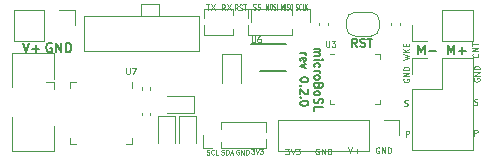
<source format=gto>
G04 #@! TF.GenerationSoftware,KiCad,Pcbnew,(5.1.9)-1*
G04 #@! TF.CreationDate,2021-05-04T20:43:57+10:00*
G04 #@! TF.ProjectId,microBoSL,6d696372-6f42-46f5-934c-2e6b69636164,0.2.0*
G04 #@! TF.SameCoordinates,Original*
G04 #@! TF.FileFunction,Legend,Top*
G04 #@! TF.FilePolarity,Positive*
%FSLAX46Y46*%
G04 Gerber Fmt 4.6, Leading zero omitted, Abs format (unit mm)*
G04 Created by KiCad (PCBNEW (5.1.9)-1) date 2021-05-04 20:43:57*
%MOMM*%
%LPD*%
G01*
G04 APERTURE LIST*
%ADD10C,0.075000*%
%ADD11C,0.100000*%
%ADD12C,0.125000*%
%ADD13C,0.150000*%
%ADD14C,0.120000*%
G04 APERTURE END LIST*
D10*
X124442857Y-102552380D02*
X124485714Y-102576190D01*
X124557142Y-102576190D01*
X124585714Y-102552380D01*
X124600000Y-102528571D01*
X124614285Y-102480952D01*
X124614285Y-102433333D01*
X124600000Y-102385714D01*
X124585714Y-102361904D01*
X124557142Y-102338095D01*
X124500000Y-102314285D01*
X124471428Y-102290476D01*
X124457142Y-102266666D01*
X124442857Y-102219047D01*
X124442857Y-102171428D01*
X124457142Y-102123809D01*
X124471428Y-102100000D01*
X124500000Y-102076190D01*
X124571428Y-102076190D01*
X124614285Y-102100000D01*
X124914285Y-102528571D02*
X124900000Y-102552380D01*
X124857142Y-102576190D01*
X124828571Y-102576190D01*
X124785714Y-102552380D01*
X124757142Y-102504761D01*
X124742857Y-102457142D01*
X124728571Y-102361904D01*
X124728571Y-102290476D01*
X124742857Y-102195238D01*
X124757142Y-102147619D01*
X124785714Y-102100000D01*
X124828571Y-102076190D01*
X124857142Y-102076190D01*
X124900000Y-102100000D01*
X124914285Y-102123809D01*
X125185714Y-102576190D02*
X125042857Y-102576190D01*
X125042857Y-102076190D01*
X125285714Y-102576190D02*
X125285714Y-102076190D01*
X125457142Y-102576190D02*
X125328571Y-102290476D01*
X125457142Y-102076190D02*
X125285714Y-102361904D01*
X123228571Y-102576190D02*
X123228571Y-102076190D01*
X123328571Y-102433333D01*
X123428571Y-102076190D01*
X123428571Y-102576190D01*
X123571428Y-102576190D02*
X123571428Y-102076190D01*
X123700000Y-102552380D02*
X123742857Y-102576190D01*
X123814285Y-102576190D01*
X123842857Y-102552380D01*
X123857142Y-102528571D01*
X123871428Y-102480952D01*
X123871428Y-102433333D01*
X123857142Y-102385714D01*
X123842857Y-102361904D01*
X123814285Y-102338095D01*
X123757142Y-102314285D01*
X123728571Y-102290476D01*
X123714285Y-102266666D01*
X123700000Y-102219047D01*
X123700000Y-102171428D01*
X123714285Y-102123809D01*
X123728571Y-102100000D01*
X123757142Y-102076190D01*
X123828571Y-102076190D01*
X123871428Y-102100000D01*
X124057142Y-102076190D02*
X124114285Y-102076190D01*
X124142857Y-102100000D01*
X124171428Y-102147619D01*
X124185714Y-102242857D01*
X124185714Y-102409523D01*
X124171428Y-102504761D01*
X124142857Y-102552380D01*
X124114285Y-102576190D01*
X124057142Y-102576190D01*
X124028571Y-102552380D01*
X124000000Y-102504761D01*
X123985714Y-102409523D01*
X123985714Y-102242857D01*
X124000000Y-102147619D01*
X124028571Y-102100000D01*
X124057142Y-102076190D01*
X121928571Y-102576190D02*
X121928571Y-102076190D01*
X122028571Y-102433333D01*
X122128571Y-102076190D01*
X122128571Y-102576190D01*
X122328571Y-102076190D02*
X122385714Y-102076190D01*
X122414285Y-102100000D01*
X122442857Y-102147619D01*
X122457142Y-102242857D01*
X122457142Y-102409523D01*
X122442857Y-102504761D01*
X122414285Y-102552380D01*
X122385714Y-102576190D01*
X122328571Y-102576190D01*
X122300000Y-102552380D01*
X122271428Y-102504761D01*
X122257142Y-102409523D01*
X122257142Y-102242857D01*
X122271428Y-102147619D01*
X122300000Y-102100000D01*
X122328571Y-102076190D01*
X122571428Y-102552380D02*
X122614285Y-102576190D01*
X122685714Y-102576190D01*
X122714285Y-102552380D01*
X122728571Y-102528571D01*
X122742857Y-102480952D01*
X122742857Y-102433333D01*
X122728571Y-102385714D01*
X122714285Y-102361904D01*
X122685714Y-102338095D01*
X122628571Y-102314285D01*
X122600000Y-102290476D01*
X122585714Y-102266666D01*
X122571428Y-102219047D01*
X122571428Y-102171428D01*
X122585714Y-102123809D01*
X122600000Y-102100000D01*
X122628571Y-102076190D01*
X122700000Y-102076190D01*
X122742857Y-102100000D01*
X122871428Y-102576190D02*
X122871428Y-102076190D01*
D11*
X116923809Y-114811904D02*
X116980952Y-114830952D01*
X117076190Y-114830952D01*
X117114285Y-114811904D01*
X117133333Y-114792857D01*
X117152380Y-114754761D01*
X117152380Y-114716666D01*
X117133333Y-114678571D01*
X117114285Y-114659523D01*
X117076190Y-114640476D01*
X117000000Y-114621428D01*
X116961904Y-114602380D01*
X116942857Y-114583333D01*
X116923809Y-114545238D01*
X116923809Y-114507142D01*
X116942857Y-114469047D01*
X116961904Y-114450000D01*
X117000000Y-114430952D01*
X117095238Y-114430952D01*
X117152380Y-114450000D01*
X117552380Y-114792857D02*
X117533333Y-114811904D01*
X117476190Y-114830952D01*
X117438095Y-114830952D01*
X117380952Y-114811904D01*
X117342857Y-114773809D01*
X117323809Y-114735714D01*
X117304761Y-114659523D01*
X117304761Y-114602380D01*
X117323809Y-114526190D01*
X117342857Y-114488095D01*
X117380952Y-114450000D01*
X117438095Y-114430952D01*
X117476190Y-114430952D01*
X117533333Y-114450000D01*
X117552380Y-114469047D01*
X117914285Y-114830952D02*
X117723809Y-114830952D01*
X117723809Y-114430952D01*
X118164285Y-114811904D02*
X118221428Y-114830952D01*
X118316666Y-114830952D01*
X118354761Y-114811904D01*
X118373809Y-114792857D01*
X118392857Y-114754761D01*
X118392857Y-114716666D01*
X118373809Y-114678571D01*
X118354761Y-114659523D01*
X118316666Y-114640476D01*
X118240476Y-114621428D01*
X118202380Y-114602380D01*
X118183333Y-114583333D01*
X118164285Y-114545238D01*
X118164285Y-114507142D01*
X118183333Y-114469047D01*
X118202380Y-114450000D01*
X118240476Y-114430952D01*
X118335714Y-114430952D01*
X118392857Y-114450000D01*
X118564285Y-114830952D02*
X118564285Y-114430952D01*
X118659523Y-114430952D01*
X118716666Y-114450000D01*
X118754761Y-114488095D01*
X118773809Y-114526190D01*
X118792857Y-114602380D01*
X118792857Y-114659523D01*
X118773809Y-114735714D01*
X118754761Y-114773809D01*
X118716666Y-114811904D01*
X118659523Y-114830952D01*
X118564285Y-114830952D01*
X118945238Y-114716666D02*
X119135714Y-114716666D01*
X118907142Y-114830952D02*
X119040476Y-114430952D01*
X119173809Y-114830952D01*
X119645238Y-114450000D02*
X119607142Y-114430952D01*
X119550000Y-114430952D01*
X119492857Y-114450000D01*
X119454761Y-114488095D01*
X119435714Y-114526190D01*
X119416666Y-114602380D01*
X119416666Y-114659523D01*
X119435714Y-114735714D01*
X119454761Y-114773809D01*
X119492857Y-114811904D01*
X119550000Y-114830952D01*
X119588095Y-114830952D01*
X119645238Y-114811904D01*
X119664285Y-114792857D01*
X119664285Y-114659523D01*
X119588095Y-114659523D01*
X119835714Y-114830952D02*
X119835714Y-114430952D01*
X120064285Y-114830952D01*
X120064285Y-114430952D01*
X120254761Y-114830952D02*
X120254761Y-114430952D01*
X120350000Y-114430952D01*
X120407142Y-114450000D01*
X120445238Y-114488095D01*
X120464285Y-114526190D01*
X120483333Y-114602380D01*
X120483333Y-114659523D01*
X120464285Y-114735714D01*
X120445238Y-114773809D01*
X120407142Y-114811904D01*
X120350000Y-114830952D01*
X120254761Y-114830952D01*
X120704761Y-114380952D02*
X120952380Y-114380952D01*
X120819047Y-114533333D01*
X120876190Y-114533333D01*
X120914285Y-114552380D01*
X120933333Y-114571428D01*
X120952380Y-114609523D01*
X120952380Y-114704761D01*
X120933333Y-114742857D01*
X120914285Y-114761904D01*
X120876190Y-114780952D01*
X120761904Y-114780952D01*
X120723809Y-114761904D01*
X120704761Y-114742857D01*
X121066666Y-114380952D02*
X121200000Y-114780952D01*
X121333333Y-114380952D01*
X121428571Y-114380952D02*
X121676190Y-114380952D01*
X121542857Y-114533333D01*
X121600000Y-114533333D01*
X121638095Y-114552380D01*
X121657142Y-114571428D01*
X121676190Y-114609523D01*
X121676190Y-114704761D01*
X121657142Y-114742857D01*
X121638095Y-114761904D01*
X121600000Y-114780952D01*
X121485714Y-114780952D01*
X121447619Y-114761904D01*
X121428571Y-114742857D01*
D12*
X123580952Y-114326190D02*
X123890476Y-114326190D01*
X123723809Y-114516666D01*
X123795238Y-114516666D01*
X123842857Y-114540476D01*
X123866666Y-114564285D01*
X123890476Y-114611904D01*
X123890476Y-114730952D01*
X123866666Y-114778571D01*
X123842857Y-114802380D01*
X123795238Y-114826190D01*
X123652380Y-114826190D01*
X123604761Y-114802380D01*
X123580952Y-114778571D01*
X124033333Y-114326190D02*
X124200000Y-114826190D01*
X124366666Y-114326190D01*
X124485714Y-114326190D02*
X124795238Y-114326190D01*
X124628571Y-114516666D01*
X124700000Y-114516666D01*
X124747619Y-114540476D01*
X124771428Y-114564285D01*
X124795238Y-114611904D01*
X124795238Y-114730952D01*
X124771428Y-114778571D01*
X124747619Y-114802380D01*
X124700000Y-114826190D01*
X124557142Y-114826190D01*
X124509523Y-114802380D01*
X124485714Y-114778571D01*
X126419047Y-114350000D02*
X126371428Y-114326190D01*
X126300000Y-114326190D01*
X126228571Y-114350000D01*
X126180952Y-114397619D01*
X126157142Y-114445238D01*
X126133333Y-114540476D01*
X126133333Y-114611904D01*
X126157142Y-114707142D01*
X126180952Y-114754761D01*
X126228571Y-114802380D01*
X126300000Y-114826190D01*
X126347619Y-114826190D01*
X126419047Y-114802380D01*
X126442857Y-114778571D01*
X126442857Y-114611904D01*
X126347619Y-114611904D01*
X126657142Y-114826190D02*
X126657142Y-114326190D01*
X126942857Y-114826190D01*
X126942857Y-114326190D01*
X127180952Y-114826190D02*
X127180952Y-114326190D01*
X127300000Y-114326190D01*
X127371428Y-114350000D01*
X127419047Y-114397619D01*
X127442857Y-114445238D01*
X127466666Y-114540476D01*
X127466666Y-114611904D01*
X127442857Y-114707142D01*
X127419047Y-114754761D01*
X127371428Y-114802380D01*
X127300000Y-114826190D01*
X127180952Y-114826190D01*
X128923809Y-114226190D02*
X129090476Y-114726190D01*
X129257142Y-114226190D01*
X129423809Y-114535714D02*
X129804761Y-114535714D01*
X129614285Y-114726190D02*
X129614285Y-114345238D01*
X131519047Y-114250000D02*
X131471428Y-114226190D01*
X131400000Y-114226190D01*
X131328571Y-114250000D01*
X131280952Y-114297619D01*
X131257142Y-114345238D01*
X131233333Y-114440476D01*
X131233333Y-114511904D01*
X131257142Y-114607142D01*
X131280952Y-114654761D01*
X131328571Y-114702380D01*
X131400000Y-114726190D01*
X131447619Y-114726190D01*
X131519047Y-114702380D01*
X131542857Y-114678571D01*
X131542857Y-114511904D01*
X131447619Y-114511904D01*
X131757142Y-114726190D02*
X131757142Y-114226190D01*
X132042857Y-114726190D01*
X132042857Y-114226190D01*
X132280952Y-114726190D02*
X132280952Y-114226190D01*
X132400000Y-114226190D01*
X132471428Y-114250000D01*
X132519047Y-114297619D01*
X132542857Y-114345238D01*
X132566666Y-114440476D01*
X132566666Y-114511904D01*
X132542857Y-114607142D01*
X132519047Y-114654761D01*
X132471428Y-114702380D01*
X132400000Y-114726190D01*
X132280952Y-114726190D01*
X139569047Y-113226190D02*
X139569047Y-112726190D01*
X139759523Y-112726190D01*
X139807142Y-112750000D01*
X139830952Y-112773809D01*
X139854761Y-112821428D01*
X139854761Y-112892857D01*
X139830952Y-112940476D01*
X139807142Y-112964285D01*
X139759523Y-112988095D01*
X139569047Y-112988095D01*
X139550000Y-108380952D02*
X139526190Y-108428571D01*
X139526190Y-108500000D01*
X139550000Y-108571428D01*
X139597619Y-108619047D01*
X139645238Y-108642857D01*
X139740476Y-108666666D01*
X139811904Y-108666666D01*
X139907142Y-108642857D01*
X139954761Y-108619047D01*
X140002380Y-108571428D01*
X140026190Y-108500000D01*
X140026190Y-108452380D01*
X140002380Y-108380952D01*
X139978571Y-108357142D01*
X139811904Y-108357142D01*
X139811904Y-108452380D01*
X140026190Y-108142857D02*
X139526190Y-108142857D01*
X140026190Y-107857142D01*
X139526190Y-107857142D01*
X140026190Y-107619047D02*
X139526190Y-107619047D01*
X139526190Y-107500000D01*
X139550000Y-107428571D01*
X139597619Y-107380952D01*
X139645238Y-107357142D01*
X139740476Y-107333333D01*
X139811904Y-107333333D01*
X139907142Y-107357142D01*
X139954761Y-107380952D01*
X140002380Y-107428571D01*
X140026190Y-107500000D01*
X140026190Y-107619047D01*
X139557142Y-110602380D02*
X139628571Y-110626190D01*
X139747619Y-110626190D01*
X139795238Y-110602380D01*
X139819047Y-110578571D01*
X139842857Y-110530952D01*
X139842857Y-110483333D01*
X139819047Y-110435714D01*
X139795238Y-110411904D01*
X139747619Y-110388095D01*
X139652380Y-110364285D01*
X139604761Y-110340476D01*
X139580952Y-110316666D01*
X139557142Y-110269047D01*
X139557142Y-110221428D01*
X139580952Y-110173809D01*
X139604761Y-110150000D01*
X139652380Y-110126190D01*
X139771428Y-110126190D01*
X139842857Y-110150000D01*
X133657142Y-110702380D02*
X133728571Y-110726190D01*
X133847619Y-110726190D01*
X133895238Y-110702380D01*
X133919047Y-110678571D01*
X133942857Y-110630952D01*
X133942857Y-110583333D01*
X133919047Y-110535714D01*
X133895238Y-110511904D01*
X133847619Y-110488095D01*
X133752380Y-110464285D01*
X133704761Y-110440476D01*
X133680952Y-110416666D01*
X133657142Y-110369047D01*
X133657142Y-110321428D01*
X133680952Y-110273809D01*
X133704761Y-110250000D01*
X133752380Y-110226190D01*
X133871428Y-110226190D01*
X133942857Y-110250000D01*
X133769047Y-113326190D02*
X133769047Y-112826190D01*
X133959523Y-112826190D01*
X134007142Y-112850000D01*
X134030952Y-112873809D01*
X134054761Y-112921428D01*
X134054761Y-112992857D01*
X134030952Y-113040476D01*
X134007142Y-113064285D01*
X133959523Y-113088095D01*
X133769047Y-113088095D01*
X133600000Y-108430952D02*
X133576190Y-108478571D01*
X133576190Y-108550000D01*
X133600000Y-108621428D01*
X133647619Y-108669047D01*
X133695238Y-108692857D01*
X133790476Y-108716666D01*
X133861904Y-108716666D01*
X133957142Y-108692857D01*
X134004761Y-108669047D01*
X134052380Y-108621428D01*
X134076190Y-108550000D01*
X134076190Y-108502380D01*
X134052380Y-108430952D01*
X134028571Y-108407142D01*
X133861904Y-108407142D01*
X133861904Y-108502380D01*
X134076190Y-108192857D02*
X133576190Y-108192857D01*
X134076190Y-107907142D01*
X133576190Y-107907142D01*
X134076190Y-107669047D02*
X133576190Y-107669047D01*
X133576190Y-107550000D01*
X133600000Y-107478571D01*
X133647619Y-107430952D01*
X133695238Y-107407142D01*
X133790476Y-107383333D01*
X133861904Y-107383333D01*
X133957142Y-107407142D01*
X134004761Y-107430952D01*
X134052380Y-107478571D01*
X134076190Y-107550000D01*
X134076190Y-107669047D01*
X139878571Y-106297619D02*
X139902380Y-106321428D01*
X139926190Y-106392857D01*
X139926190Y-106440476D01*
X139902380Y-106511904D01*
X139854761Y-106559523D01*
X139807142Y-106583333D01*
X139711904Y-106607142D01*
X139640476Y-106607142D01*
X139545238Y-106583333D01*
X139497619Y-106559523D01*
X139450000Y-106511904D01*
X139426190Y-106440476D01*
X139426190Y-106392857D01*
X139450000Y-106321428D01*
X139473809Y-106297619D01*
X139926190Y-106083333D02*
X139426190Y-106083333D01*
X139926190Y-105797619D01*
X139426190Y-105797619D01*
X139426190Y-105630952D02*
X139426190Y-105345238D01*
X139926190Y-105488095D02*
X139426190Y-105488095D01*
X133576190Y-106790476D02*
X134076190Y-106671428D01*
X133719047Y-106576190D01*
X134076190Y-106480952D01*
X133576190Y-106361904D01*
X134076190Y-106171428D02*
X133576190Y-106171428D01*
X134076190Y-105885714D02*
X133790476Y-106100000D01*
X133576190Y-105885714D02*
X133861904Y-106171428D01*
X133814285Y-105671428D02*
X133814285Y-105504761D01*
X134076190Y-105433333D02*
X134076190Y-105671428D01*
X133576190Y-105671428D01*
X133576190Y-105433333D01*
D13*
X137338095Y-106361904D02*
X137338095Y-105561904D01*
X137604761Y-106133333D01*
X137871428Y-105561904D01*
X137871428Y-106361904D01*
X138252380Y-106057142D02*
X138861904Y-106057142D01*
X138557142Y-106361904D02*
X138557142Y-105752380D01*
X134838095Y-106361904D02*
X134838095Y-105561904D01*
X135104761Y-106133333D01*
X135371428Y-105561904D01*
X135371428Y-106361904D01*
X135752380Y-106057142D02*
X136361904Y-106057142D01*
D11*
X120845238Y-102552380D02*
X120902380Y-102576190D01*
X120997619Y-102576190D01*
X121035714Y-102552380D01*
X121054761Y-102528571D01*
X121073809Y-102480952D01*
X121073809Y-102433333D01*
X121054761Y-102385714D01*
X121035714Y-102361904D01*
X120997619Y-102338095D01*
X120921428Y-102314285D01*
X120883333Y-102290476D01*
X120864285Y-102266666D01*
X120845238Y-102219047D01*
X120845238Y-102171428D01*
X120864285Y-102123809D01*
X120883333Y-102100000D01*
X120921428Y-102076190D01*
X121016666Y-102076190D01*
X121073809Y-102100000D01*
X121226190Y-102552380D02*
X121283333Y-102576190D01*
X121378571Y-102576190D01*
X121416666Y-102552380D01*
X121435714Y-102528571D01*
X121454761Y-102480952D01*
X121454761Y-102433333D01*
X121435714Y-102385714D01*
X121416666Y-102361904D01*
X121378571Y-102338095D01*
X121302380Y-102314285D01*
X121264285Y-102290476D01*
X121245238Y-102266666D01*
X121226190Y-102219047D01*
X121226190Y-102171428D01*
X121245238Y-102123809D01*
X121264285Y-102100000D01*
X121302380Y-102076190D01*
X121397619Y-102076190D01*
X121454761Y-102100000D01*
X119530952Y-102626190D02*
X119397619Y-102388095D01*
X119302380Y-102626190D02*
X119302380Y-102126190D01*
X119454761Y-102126190D01*
X119492857Y-102150000D01*
X119511904Y-102173809D01*
X119530952Y-102221428D01*
X119530952Y-102292857D01*
X119511904Y-102340476D01*
X119492857Y-102364285D01*
X119454761Y-102388095D01*
X119302380Y-102388095D01*
X119683333Y-102602380D02*
X119740476Y-102626190D01*
X119835714Y-102626190D01*
X119873809Y-102602380D01*
X119892857Y-102578571D01*
X119911904Y-102530952D01*
X119911904Y-102483333D01*
X119892857Y-102435714D01*
X119873809Y-102411904D01*
X119835714Y-102388095D01*
X119759523Y-102364285D01*
X119721428Y-102340476D01*
X119702380Y-102316666D01*
X119683333Y-102269047D01*
X119683333Y-102221428D01*
X119702380Y-102173809D01*
X119721428Y-102150000D01*
X119759523Y-102126190D01*
X119854761Y-102126190D01*
X119911904Y-102150000D01*
X120026190Y-102126190D02*
X120254761Y-102126190D01*
X120140476Y-102626190D02*
X120140476Y-102126190D01*
D12*
X118466666Y-102626190D02*
X118300000Y-102388095D01*
X118180952Y-102626190D02*
X118180952Y-102126190D01*
X118371428Y-102126190D01*
X118419047Y-102150000D01*
X118442857Y-102173809D01*
X118466666Y-102221428D01*
X118466666Y-102292857D01*
X118442857Y-102340476D01*
X118419047Y-102364285D01*
X118371428Y-102388095D01*
X118180952Y-102388095D01*
X118633333Y-102126190D02*
X118966666Y-102626190D01*
X118966666Y-102126190D02*
X118633333Y-102626190D01*
X116869047Y-102126190D02*
X117154761Y-102126190D01*
X117011904Y-102626190D02*
X117011904Y-102126190D01*
X117273809Y-102126190D02*
X117607142Y-102626190D01*
X117607142Y-102126190D02*
X117273809Y-102626190D01*
D13*
X103790476Y-105400000D02*
X103714285Y-105361904D01*
X103600000Y-105361904D01*
X103485714Y-105400000D01*
X103409523Y-105476190D01*
X103371428Y-105552380D01*
X103333333Y-105704761D01*
X103333333Y-105819047D01*
X103371428Y-105971428D01*
X103409523Y-106047619D01*
X103485714Y-106123809D01*
X103600000Y-106161904D01*
X103676190Y-106161904D01*
X103790476Y-106123809D01*
X103828571Y-106085714D01*
X103828571Y-105819047D01*
X103676190Y-105819047D01*
X104171428Y-106161904D02*
X104171428Y-105361904D01*
X104628571Y-106161904D01*
X104628571Y-105361904D01*
X105009523Y-106161904D02*
X105009523Y-105361904D01*
X105200000Y-105361904D01*
X105314285Y-105400000D01*
X105390476Y-105476190D01*
X105428571Y-105552380D01*
X105466666Y-105704761D01*
X105466666Y-105819047D01*
X105428571Y-105971428D01*
X105390476Y-106047619D01*
X105314285Y-106123809D01*
X105200000Y-106161904D01*
X105009523Y-106161904D01*
X101338095Y-105361904D02*
X101604761Y-106161904D01*
X101871428Y-105361904D01*
X102138095Y-105857142D02*
X102747619Y-105857142D01*
X102442857Y-106161904D02*
X102442857Y-105552380D01*
X126033333Y-105866666D02*
X126500000Y-105866666D01*
X126433333Y-105866666D02*
X126466666Y-105900000D01*
X126500000Y-105966666D01*
X126500000Y-106066666D01*
X126466666Y-106133333D01*
X126400000Y-106166666D01*
X126033333Y-106166666D01*
X126400000Y-106166666D02*
X126466666Y-106200000D01*
X126500000Y-106266666D01*
X126500000Y-106366666D01*
X126466666Y-106433333D01*
X126400000Y-106466666D01*
X126033333Y-106466666D01*
X126033333Y-106800000D02*
X126500000Y-106800000D01*
X126733333Y-106800000D02*
X126700000Y-106766666D01*
X126666666Y-106800000D01*
X126700000Y-106833333D01*
X126733333Y-106800000D01*
X126666666Y-106800000D01*
X126066666Y-107433333D02*
X126033333Y-107366666D01*
X126033333Y-107233333D01*
X126066666Y-107166666D01*
X126100000Y-107133333D01*
X126166666Y-107100000D01*
X126366666Y-107100000D01*
X126433333Y-107133333D01*
X126466666Y-107166666D01*
X126500000Y-107233333D01*
X126500000Y-107366666D01*
X126466666Y-107433333D01*
X126033333Y-107733333D02*
X126500000Y-107733333D01*
X126366666Y-107733333D02*
X126433333Y-107766666D01*
X126466666Y-107800000D01*
X126500000Y-107866666D01*
X126500000Y-107933333D01*
X126033333Y-108266666D02*
X126066666Y-108200000D01*
X126100000Y-108166666D01*
X126166666Y-108133333D01*
X126366666Y-108133333D01*
X126433333Y-108166666D01*
X126466666Y-108200000D01*
X126500000Y-108266666D01*
X126500000Y-108366666D01*
X126466666Y-108433333D01*
X126433333Y-108466666D01*
X126366666Y-108500000D01*
X126166666Y-108500000D01*
X126100000Y-108466666D01*
X126066666Y-108433333D01*
X126033333Y-108366666D01*
X126033333Y-108266666D01*
X126400000Y-109033333D02*
X126366666Y-109133333D01*
X126333333Y-109166666D01*
X126266666Y-109200000D01*
X126166666Y-109200000D01*
X126100000Y-109166666D01*
X126066666Y-109133333D01*
X126033333Y-109066666D01*
X126033333Y-108800000D01*
X126733333Y-108800000D01*
X126733333Y-109033333D01*
X126700000Y-109100000D01*
X126666666Y-109133333D01*
X126600000Y-109166666D01*
X126533333Y-109166666D01*
X126466666Y-109133333D01*
X126433333Y-109100000D01*
X126400000Y-109033333D01*
X126400000Y-108800000D01*
X126033333Y-109600000D02*
X126066666Y-109533333D01*
X126100000Y-109500000D01*
X126166666Y-109466666D01*
X126366666Y-109466666D01*
X126433333Y-109500000D01*
X126466666Y-109533333D01*
X126500000Y-109600000D01*
X126500000Y-109700000D01*
X126466666Y-109766666D01*
X126433333Y-109800000D01*
X126366666Y-109833333D01*
X126166666Y-109833333D01*
X126100000Y-109800000D01*
X126066666Y-109766666D01*
X126033333Y-109700000D01*
X126033333Y-109600000D01*
X126066666Y-110100000D02*
X126033333Y-110200000D01*
X126033333Y-110366666D01*
X126066666Y-110433333D01*
X126100000Y-110466666D01*
X126166666Y-110500000D01*
X126233333Y-110500000D01*
X126300000Y-110466666D01*
X126333333Y-110433333D01*
X126366666Y-110366666D01*
X126400000Y-110233333D01*
X126433333Y-110166666D01*
X126466666Y-110133333D01*
X126533333Y-110100000D01*
X126600000Y-110100000D01*
X126666666Y-110133333D01*
X126700000Y-110166666D01*
X126733333Y-110233333D01*
X126733333Y-110400000D01*
X126700000Y-110500000D01*
X126033333Y-111133333D02*
X126033333Y-110800000D01*
X126733333Y-110800000D01*
X124833333Y-106233333D02*
X125300000Y-106233333D01*
X125166666Y-106233333D02*
X125233333Y-106266666D01*
X125266666Y-106300000D01*
X125300000Y-106366666D01*
X125300000Y-106433333D01*
X124866666Y-106933333D02*
X124833333Y-106866666D01*
X124833333Y-106733333D01*
X124866666Y-106666666D01*
X124933333Y-106633333D01*
X125200000Y-106633333D01*
X125266666Y-106666666D01*
X125300000Y-106733333D01*
X125300000Y-106866666D01*
X125266666Y-106933333D01*
X125200000Y-106966666D01*
X125133333Y-106966666D01*
X125066666Y-106633333D01*
X125300000Y-107200000D02*
X124833333Y-107366666D01*
X125300000Y-107533333D01*
X125533333Y-108466666D02*
X125533333Y-108533333D01*
X125500000Y-108600000D01*
X125466666Y-108633333D01*
X125400000Y-108666666D01*
X125266666Y-108700000D01*
X125100000Y-108700000D01*
X124966666Y-108666666D01*
X124900000Y-108633333D01*
X124866666Y-108600000D01*
X124833333Y-108533333D01*
X124833333Y-108466666D01*
X124866666Y-108400000D01*
X124900000Y-108366666D01*
X124966666Y-108333333D01*
X125100000Y-108300000D01*
X125266666Y-108300000D01*
X125400000Y-108333333D01*
X125466666Y-108366666D01*
X125500000Y-108400000D01*
X125533333Y-108466666D01*
X124900000Y-109000000D02*
X124866666Y-109033333D01*
X124833333Y-109000000D01*
X124866666Y-108966666D01*
X124900000Y-109000000D01*
X124833333Y-109000000D01*
X125466666Y-109300000D02*
X125500000Y-109333333D01*
X125533333Y-109400000D01*
X125533333Y-109566666D01*
X125500000Y-109633333D01*
X125466666Y-109666666D01*
X125400000Y-109700000D01*
X125333333Y-109700000D01*
X125233333Y-109666666D01*
X124833333Y-109266666D01*
X124833333Y-109700000D01*
X124900000Y-110000000D02*
X124866666Y-110033333D01*
X124833333Y-110000000D01*
X124866666Y-109966666D01*
X124900000Y-110000000D01*
X124833333Y-110000000D01*
X125533333Y-110466666D02*
X125533333Y-110533333D01*
X125500000Y-110600000D01*
X125466666Y-110633333D01*
X125400000Y-110666666D01*
X125266666Y-110700000D01*
X125100000Y-110700000D01*
X124966666Y-110666666D01*
X124900000Y-110633333D01*
X124866666Y-110600000D01*
X124833333Y-110533333D01*
X124833333Y-110466666D01*
X124866666Y-110400000D01*
X124900000Y-110366666D01*
X124966666Y-110333333D01*
X125100000Y-110300000D01*
X125266666Y-110300000D01*
X125400000Y-110333333D01*
X125466666Y-110366666D01*
X125500000Y-110400000D01*
X125533333Y-110466666D01*
D14*
X116695000Y-102490000D02*
X116695000Y-103292470D01*
X116695000Y-103907530D02*
X116695000Y-104710000D01*
X119170000Y-102490000D02*
X116695000Y-102490000D01*
X119170000Y-104710000D02*
X116695000Y-104710000D01*
X119170000Y-102490000D02*
X119170000Y-103036529D01*
X119170000Y-104163471D02*
X119170000Y-104710000D01*
X119930000Y-102490000D02*
X120690000Y-102490000D01*
X120690000Y-102490000D02*
X120690000Y-103600000D01*
X121905000Y-114310000D02*
X121905000Y-113507530D01*
X121905000Y-112892470D02*
X121905000Y-112090000D01*
X118160000Y-114310000D02*
X121905000Y-114310000D01*
X118160000Y-112090000D02*
X121905000Y-112090000D01*
X118160000Y-114310000D02*
X118160000Y-113763471D01*
X118160000Y-112636529D02*
X118160000Y-112090000D01*
X117400000Y-114310000D02*
X116640000Y-114310000D01*
X116640000Y-114310000D02*
X116640000Y-113200000D01*
X120435000Y-102490000D02*
X120435000Y-103292470D01*
X120435000Y-103907530D02*
X120435000Y-104710000D01*
X124180000Y-102490000D02*
X120435000Y-102490000D01*
X124180000Y-104710000D02*
X120435000Y-104710000D01*
X124180000Y-102490000D02*
X124180000Y-103036529D01*
X124180000Y-104163471D02*
X124180000Y-104710000D01*
X124940000Y-102490000D02*
X125700000Y-102490000D01*
X125700000Y-102490000D02*
X125700000Y-103600000D01*
X119800000Y-108750000D02*
X119800000Y-106350000D01*
X119800000Y-106350000D02*
X118200000Y-106350000D01*
X118200000Y-106350000D02*
X118200000Y-108750000D01*
X131185000Y-106340000D02*
X131560000Y-106340000D01*
X131560000Y-106340000D02*
X131560000Y-106715000D01*
X127715000Y-110560000D02*
X127340000Y-110560000D01*
X127340000Y-110560000D02*
X127340000Y-110185000D01*
X131185000Y-110560000D02*
X131560000Y-110560000D01*
X131560000Y-110560000D02*
X131560000Y-110185000D01*
X127715000Y-106340000D02*
X127340000Y-106340000D01*
X116300000Y-106100000D02*
X116300000Y-103100000D01*
X116300000Y-103100000D02*
X106500000Y-103100000D01*
X106500000Y-103100000D02*
X106500000Y-106100000D01*
X106500000Y-106100000D02*
X116300000Y-106100000D01*
X111400000Y-103100000D02*
X111400000Y-102100000D01*
X111400000Y-102100000D02*
X112900000Y-102100000D01*
X112900000Y-102100000D02*
X112900000Y-103100000D01*
X131550000Y-104100000D02*
G75*
G02*
X130850000Y-104800000I-700000J0D01*
G01*
X130850000Y-102800000D02*
G75*
G02*
X131550000Y-103500000I0J-700000D01*
G01*
X128750000Y-103500000D02*
G75*
G02*
X129450000Y-102800000I700000J0D01*
G01*
X129450000Y-104800000D02*
G75*
G02*
X128750000Y-104100000I0J700000D01*
G01*
X131550000Y-103500000D02*
X131550000Y-104100000D01*
X129450000Y-102800000D02*
X130850000Y-102800000D01*
X128750000Y-104100000D02*
X128750000Y-103500000D01*
X130850000Y-104800000D02*
X129450000Y-104800000D01*
X112160000Y-111292164D02*
X112160000Y-111507836D01*
X111440000Y-111292164D02*
X111440000Y-111507836D01*
X111440000Y-109327836D02*
X111440000Y-109112164D01*
X112160000Y-109327836D02*
X112160000Y-109112164D01*
X126440000Y-103907836D02*
X126440000Y-103692164D01*
X127160000Y-103907836D02*
X127160000Y-103692164D01*
X133260000Y-103692164D02*
X133260000Y-103907836D01*
X132540000Y-103692164D02*
X132540000Y-103907836D01*
D13*
X121475000Y-107725000D02*
X123625000Y-107725000D01*
X120650000Y-105475000D02*
X123625000Y-105475000D01*
D14*
X134270000Y-114410000D02*
X139470000Y-114410000D01*
X134270000Y-109270000D02*
X134270000Y-114410000D01*
X139470000Y-106670000D02*
X139470000Y-114410000D01*
X134270000Y-109270000D02*
X136870000Y-109270000D01*
X136870000Y-109270000D02*
X136870000Y-106670000D01*
X136870000Y-106670000D02*
X139470000Y-106670000D01*
X134270000Y-108000000D02*
X134270000Y-106670000D01*
X134270000Y-106670000D02*
X135600000Y-106670000D01*
X110572500Y-113435000D02*
X110572500Y-113910000D01*
X110572500Y-113910000D02*
X110097500Y-113910000D01*
X105352500Y-109165000D02*
X105352500Y-108690000D01*
X105352500Y-108690000D02*
X105827500Y-108690000D01*
X105352500Y-113435000D02*
X105352500Y-113910000D01*
X105352500Y-113910000D02*
X105827500Y-113910000D01*
X110572500Y-109165000D02*
X110572500Y-108690000D01*
X103275000Y-108700000D02*
X104025000Y-108700000D01*
X104025000Y-108700000D02*
X104025000Y-109300000D01*
X104025000Y-108400000D02*
X104025000Y-106250000D01*
X104025000Y-114550000D02*
X100475000Y-114550000D01*
X100475000Y-106250000D02*
X100475000Y-109150000D01*
X104025000Y-106250000D02*
X100475000Y-106250000D01*
X100475000Y-114550000D02*
X100475000Y-111650000D01*
X104025000Y-112400000D02*
X104025000Y-114550000D01*
X139470000Y-105230000D02*
X139470000Y-102570000D01*
X136870000Y-105230000D02*
X139470000Y-105230000D01*
X136870000Y-102570000D02*
X139470000Y-102570000D01*
X136870000Y-105230000D02*
X136870000Y-102570000D01*
X135600000Y-105230000D02*
X134270000Y-105230000D01*
X134270000Y-105230000D02*
X134270000Y-103900000D01*
X100570000Y-102570000D02*
X100570000Y-105230000D01*
X103170000Y-102570000D02*
X100570000Y-102570000D01*
X103170000Y-105230000D02*
X100570000Y-105230000D01*
X103170000Y-102570000D02*
X103170000Y-105230000D01*
X104440000Y-102570000D02*
X105770000Y-102570000D01*
X105770000Y-102570000D02*
X105770000Y-103900000D01*
X133230000Y-111870000D02*
X133230000Y-113200000D01*
X131900000Y-111870000D02*
X133230000Y-111870000D01*
X130630000Y-111870000D02*
X130630000Y-114530000D01*
X130630000Y-114530000D02*
X122950000Y-114530000D01*
X130630000Y-111870000D02*
X122950000Y-111870000D01*
X122950000Y-111870000D02*
X122950000Y-114530000D01*
X113600000Y-111335000D02*
X115885000Y-111335000D01*
X115885000Y-111335000D02*
X115885000Y-109865000D01*
X115885000Y-109865000D02*
X113600000Y-109865000D01*
X114273000Y-113830000D02*
X114273000Y-111545000D01*
X114273000Y-111545000D02*
X112803000Y-111545000D01*
X112803000Y-111545000D02*
X112803000Y-113830000D01*
X116051000Y-113830000D02*
X116051000Y-111545000D01*
X116051000Y-111545000D02*
X114581000Y-111545000D01*
X114581000Y-111545000D02*
X114581000Y-113830000D01*
D12*
X127019047Y-105226190D02*
X127019047Y-105630952D01*
X127042857Y-105678571D01*
X127066666Y-105702380D01*
X127114285Y-105726190D01*
X127209523Y-105726190D01*
X127257142Y-105702380D01*
X127280952Y-105678571D01*
X127304761Y-105630952D01*
X127304761Y-105226190D01*
X127495238Y-105226190D02*
X127804761Y-105226190D01*
X127638095Y-105416666D01*
X127709523Y-105416666D01*
X127757142Y-105440476D01*
X127780952Y-105464285D01*
X127804761Y-105511904D01*
X127804761Y-105630952D01*
X127780952Y-105678571D01*
X127757142Y-105702380D01*
X127709523Y-105726190D01*
X127566666Y-105726190D01*
X127519047Y-105702380D01*
X127495238Y-105678571D01*
D13*
X129666666Y-105716666D02*
X129433333Y-105383333D01*
X129266666Y-105716666D02*
X129266666Y-105016666D01*
X129533333Y-105016666D01*
X129600000Y-105050000D01*
X129633333Y-105083333D01*
X129666666Y-105150000D01*
X129666666Y-105250000D01*
X129633333Y-105316666D01*
X129600000Y-105350000D01*
X129533333Y-105383333D01*
X129266666Y-105383333D01*
X129933333Y-105683333D02*
X130033333Y-105716666D01*
X130200000Y-105716666D01*
X130266666Y-105683333D01*
X130300000Y-105650000D01*
X130333333Y-105583333D01*
X130333333Y-105516666D01*
X130300000Y-105450000D01*
X130266666Y-105416666D01*
X130200000Y-105383333D01*
X130066666Y-105350000D01*
X130000000Y-105316666D01*
X129966666Y-105283333D01*
X129933333Y-105216666D01*
X129933333Y-105150000D01*
X129966666Y-105083333D01*
X130000000Y-105050000D01*
X130066666Y-105016666D01*
X130233333Y-105016666D01*
X130333333Y-105050000D01*
X130533333Y-105016666D02*
X130933333Y-105016666D01*
X130733333Y-105716666D02*
X130733333Y-105016666D01*
D12*
X120719047Y-104826190D02*
X120719047Y-105230952D01*
X120742857Y-105278571D01*
X120766666Y-105302380D01*
X120814285Y-105326190D01*
X120909523Y-105326190D01*
X120957142Y-105302380D01*
X120980952Y-105278571D01*
X121004761Y-105230952D01*
X121004761Y-104826190D01*
X121457142Y-104826190D02*
X121361904Y-104826190D01*
X121314285Y-104850000D01*
X121290476Y-104873809D01*
X121242857Y-104945238D01*
X121219047Y-105040476D01*
X121219047Y-105230952D01*
X121242857Y-105278571D01*
X121266666Y-105302380D01*
X121314285Y-105326190D01*
X121409523Y-105326190D01*
X121457142Y-105302380D01*
X121480952Y-105278571D01*
X121504761Y-105230952D01*
X121504761Y-105111904D01*
X121480952Y-105064285D01*
X121457142Y-105040476D01*
X121409523Y-105016666D01*
X121314285Y-105016666D01*
X121266666Y-105040476D01*
X121242857Y-105064285D01*
X121219047Y-105111904D01*
X110119047Y-107526190D02*
X110119047Y-107930952D01*
X110142857Y-107978571D01*
X110166666Y-108002380D01*
X110214285Y-108026190D01*
X110309523Y-108026190D01*
X110357142Y-108002380D01*
X110380952Y-107978571D01*
X110404761Y-107930952D01*
X110404761Y-107526190D01*
X110595238Y-107526190D02*
X110928571Y-107526190D01*
X110714285Y-108026190D01*
M02*

</source>
